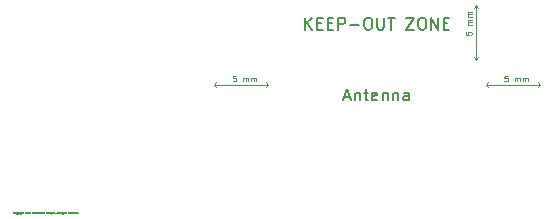
<source format=gbr>
%TF.GenerationSoftware,KiCad,Pcbnew,(5.1.7)-1*%
%TF.CreationDate,2020-11-25T11:44:14-08:00*%
%TF.ProjectId,esp32_sensor,65737033-325f-4736-956e-736f722e6b69,v0.0.3b*%
%TF.SameCoordinates,Original*%
%TF.FileFunction,Other,Comment*%
%FSLAX46Y46*%
G04 Gerber Fmt 4.6, Leading zero omitted, Abs format (unit mm)*
G04 Created by KiCad (PCBNEW (5.1.7)-1) date 2020-11-25 11:44:14*
%MOMM*%
%LPD*%
G01*
G04 APERTURE LIST*
%ADD10C,0.100000*%
%ADD11C,0.150000*%
%ADD12C,0.002000*%
G04 APERTURE END LIST*
D10*
%TO.C,U_ESP_1*%
X133787000Y-70580000D02*
X138387000Y-70580000D01*
X138387000Y-70580000D02*
X138187000Y-70380000D01*
X138387000Y-70580000D02*
X138187000Y-70780000D01*
X133787000Y-70580000D02*
X133987000Y-70380000D01*
X133787000Y-70580000D02*
X133987000Y-70780000D01*
X110787000Y-70580000D02*
X110987000Y-70380000D01*
X110787000Y-70580000D02*
X110987000Y-70780000D01*
X115387000Y-70580000D02*
X115187000Y-70780000D01*
X110787000Y-70580000D02*
X115387000Y-70580000D01*
X115387000Y-70580000D02*
X115187000Y-70380000D01*
X132987000Y-68455000D02*
X132787000Y-68255000D01*
X132987000Y-68455000D02*
X133187000Y-68255000D01*
X132987000Y-63855000D02*
X133187000Y-64055000D01*
X132987000Y-68455000D02*
X132987000Y-63855000D01*
X132987000Y-63855000D02*
X132787000Y-64055000D01*
%TD*%
%TO.C,U_ESP_1*%
D11*
X118515571Y-65907380D02*
X118515571Y-64907380D01*
X119087000Y-65907380D02*
X118658428Y-65335952D01*
X119087000Y-64907380D02*
X118515571Y-65478809D01*
X119515571Y-65383571D02*
X119848904Y-65383571D01*
X119991761Y-65907380D02*
X119515571Y-65907380D01*
X119515571Y-64907380D01*
X119991761Y-64907380D01*
X120420333Y-65383571D02*
X120753666Y-65383571D01*
X120896523Y-65907380D02*
X120420333Y-65907380D01*
X120420333Y-64907380D01*
X120896523Y-64907380D01*
X121325095Y-65907380D02*
X121325095Y-64907380D01*
X121706047Y-64907380D01*
X121801285Y-64955000D01*
X121848904Y-65002619D01*
X121896523Y-65097857D01*
X121896523Y-65240714D01*
X121848904Y-65335952D01*
X121801285Y-65383571D01*
X121706047Y-65431190D01*
X121325095Y-65431190D01*
X122325095Y-65526428D02*
X123087000Y-65526428D01*
X123753666Y-64907380D02*
X123944142Y-64907380D01*
X124039380Y-64955000D01*
X124134619Y-65050238D01*
X124182238Y-65240714D01*
X124182238Y-65574047D01*
X124134619Y-65764523D01*
X124039380Y-65859761D01*
X123944142Y-65907380D01*
X123753666Y-65907380D01*
X123658428Y-65859761D01*
X123563190Y-65764523D01*
X123515571Y-65574047D01*
X123515571Y-65240714D01*
X123563190Y-65050238D01*
X123658428Y-64955000D01*
X123753666Y-64907380D01*
X124610809Y-64907380D02*
X124610809Y-65716904D01*
X124658428Y-65812142D01*
X124706047Y-65859761D01*
X124801285Y-65907380D01*
X124991761Y-65907380D01*
X125087000Y-65859761D01*
X125134619Y-65812142D01*
X125182238Y-65716904D01*
X125182238Y-64907380D01*
X125515571Y-64907380D02*
X126087000Y-64907380D01*
X125801285Y-65907380D02*
X125801285Y-64907380D01*
X127087000Y-64907380D02*
X127753666Y-64907380D01*
X127087000Y-65907380D01*
X127753666Y-65907380D01*
X128325095Y-64907380D02*
X128515571Y-64907380D01*
X128610809Y-64955000D01*
X128706047Y-65050238D01*
X128753666Y-65240714D01*
X128753666Y-65574047D01*
X128706047Y-65764523D01*
X128610809Y-65859761D01*
X128515571Y-65907380D01*
X128325095Y-65907380D01*
X128229857Y-65859761D01*
X128134619Y-65764523D01*
X128087000Y-65574047D01*
X128087000Y-65240714D01*
X128134619Y-65050238D01*
X128229857Y-64955000D01*
X128325095Y-64907380D01*
X129182238Y-65907380D02*
X129182238Y-64907380D01*
X129753666Y-65907380D01*
X129753666Y-64907380D01*
X130229857Y-65383571D02*
X130563190Y-65383571D01*
X130706047Y-65907380D02*
X130229857Y-65907380D01*
X130229857Y-64907380D01*
X130706047Y-64907380D01*
X121825095Y-71621666D02*
X122301285Y-71621666D01*
X121729857Y-71907380D02*
X122063190Y-70907380D01*
X122396523Y-71907380D01*
X122729857Y-71240714D02*
X122729857Y-71907380D01*
X122729857Y-71335952D02*
X122777476Y-71288333D01*
X122872714Y-71240714D01*
X123015571Y-71240714D01*
X123110809Y-71288333D01*
X123158428Y-71383571D01*
X123158428Y-71907380D01*
X123491761Y-71240714D02*
X123872714Y-71240714D01*
X123634619Y-70907380D02*
X123634619Y-71764523D01*
X123682238Y-71859761D01*
X123777476Y-71907380D01*
X123872714Y-71907380D01*
X124587000Y-71859761D02*
X124491761Y-71907380D01*
X124301285Y-71907380D01*
X124206047Y-71859761D01*
X124158428Y-71764523D01*
X124158428Y-71383571D01*
X124206047Y-71288333D01*
X124301285Y-71240714D01*
X124491761Y-71240714D01*
X124587000Y-71288333D01*
X124634619Y-71383571D01*
X124634619Y-71478809D01*
X124158428Y-71574047D01*
X125063190Y-71240714D02*
X125063190Y-71907380D01*
X125063190Y-71335952D02*
X125110809Y-71288333D01*
X125206047Y-71240714D01*
X125348904Y-71240714D01*
X125444142Y-71288333D01*
X125491761Y-71383571D01*
X125491761Y-71907380D01*
X125967952Y-71240714D02*
X125967952Y-71907380D01*
X125967952Y-71335952D02*
X126015571Y-71288333D01*
X126110809Y-71240714D01*
X126253666Y-71240714D01*
X126348904Y-71288333D01*
X126396523Y-71383571D01*
X126396523Y-71907380D01*
X127301285Y-71907380D02*
X127301285Y-71383571D01*
X127253666Y-71288333D01*
X127158428Y-71240714D01*
X126967952Y-71240714D01*
X126872714Y-71288333D01*
X127301285Y-71859761D02*
X127206047Y-71907380D01*
X126967952Y-71907380D01*
X126872714Y-71859761D01*
X126825095Y-71764523D01*
X126825095Y-71669285D01*
X126872714Y-71574047D01*
X126967952Y-71526428D01*
X127206047Y-71526428D01*
X127301285Y-71478809D01*
D10*
X135648904Y-69806190D02*
X135410809Y-69806190D01*
X135387000Y-70044285D01*
X135410809Y-70020476D01*
X135458428Y-69996666D01*
X135577476Y-69996666D01*
X135625095Y-70020476D01*
X135648904Y-70044285D01*
X135672714Y-70091904D01*
X135672714Y-70210952D01*
X135648904Y-70258571D01*
X135625095Y-70282380D01*
X135577476Y-70306190D01*
X135458428Y-70306190D01*
X135410809Y-70282380D01*
X135387000Y-70258571D01*
X136267952Y-70306190D02*
X136267952Y-69972857D01*
X136267952Y-70020476D02*
X136291761Y-69996666D01*
X136339380Y-69972857D01*
X136410809Y-69972857D01*
X136458428Y-69996666D01*
X136482238Y-70044285D01*
X136482238Y-70306190D01*
X136482238Y-70044285D02*
X136506047Y-69996666D01*
X136553666Y-69972857D01*
X136625095Y-69972857D01*
X136672714Y-69996666D01*
X136696523Y-70044285D01*
X136696523Y-70306190D01*
X136934619Y-70306190D02*
X136934619Y-69972857D01*
X136934619Y-70020476D02*
X136958428Y-69996666D01*
X137006047Y-69972857D01*
X137077476Y-69972857D01*
X137125095Y-69996666D01*
X137148904Y-70044285D01*
X137148904Y-70306190D01*
X137148904Y-70044285D02*
X137172714Y-69996666D01*
X137220333Y-69972857D01*
X137291761Y-69972857D01*
X137339380Y-69996666D01*
X137363190Y-70044285D01*
X137363190Y-70306190D01*
X112648904Y-69806190D02*
X112410809Y-69806190D01*
X112387000Y-70044285D01*
X112410809Y-70020476D01*
X112458428Y-69996666D01*
X112577476Y-69996666D01*
X112625095Y-70020476D01*
X112648904Y-70044285D01*
X112672714Y-70091904D01*
X112672714Y-70210952D01*
X112648904Y-70258571D01*
X112625095Y-70282380D01*
X112577476Y-70306190D01*
X112458428Y-70306190D01*
X112410809Y-70282380D01*
X112387000Y-70258571D01*
X113267952Y-70306190D02*
X113267952Y-69972857D01*
X113267952Y-70020476D02*
X113291761Y-69996666D01*
X113339380Y-69972857D01*
X113410809Y-69972857D01*
X113458428Y-69996666D01*
X113482238Y-70044285D01*
X113482238Y-70306190D01*
X113482238Y-70044285D02*
X113506047Y-69996666D01*
X113553666Y-69972857D01*
X113625095Y-69972857D01*
X113672714Y-69996666D01*
X113696523Y-70044285D01*
X113696523Y-70306190D01*
X113934619Y-70306190D02*
X113934619Y-69972857D01*
X113934619Y-70020476D02*
X113958428Y-69996666D01*
X114006047Y-69972857D01*
X114077476Y-69972857D01*
X114125095Y-69996666D01*
X114148904Y-70044285D01*
X114148904Y-70306190D01*
X114148904Y-70044285D02*
X114172714Y-69996666D01*
X114220333Y-69972857D01*
X114291761Y-69972857D01*
X114339380Y-69996666D01*
X114363190Y-70044285D01*
X114363190Y-70306190D01*
X132113190Y-66118095D02*
X132113190Y-66356190D01*
X132351285Y-66380000D01*
X132327476Y-66356190D01*
X132303666Y-66308571D01*
X132303666Y-66189523D01*
X132327476Y-66141904D01*
X132351285Y-66118095D01*
X132398904Y-66094285D01*
X132517952Y-66094285D01*
X132565571Y-66118095D01*
X132589380Y-66141904D01*
X132613190Y-66189523D01*
X132613190Y-66308571D01*
X132589380Y-66356190D01*
X132565571Y-66380000D01*
X132613190Y-65499047D02*
X132279857Y-65499047D01*
X132327476Y-65499047D02*
X132303666Y-65475238D01*
X132279857Y-65427619D01*
X132279857Y-65356190D01*
X132303666Y-65308571D01*
X132351285Y-65284761D01*
X132613190Y-65284761D01*
X132351285Y-65284761D02*
X132303666Y-65260952D01*
X132279857Y-65213333D01*
X132279857Y-65141904D01*
X132303666Y-65094285D01*
X132351285Y-65070476D01*
X132613190Y-65070476D01*
X132613190Y-64832380D02*
X132279857Y-64832380D01*
X132327476Y-64832380D02*
X132303666Y-64808571D01*
X132279857Y-64760952D01*
X132279857Y-64689523D01*
X132303666Y-64641904D01*
X132351285Y-64618095D01*
X132613190Y-64618095D01*
X132351285Y-64618095D02*
X132303666Y-64594285D01*
X132279857Y-64546666D01*
X132279857Y-64475238D01*
X132303666Y-64427619D01*
X132351285Y-64403809D01*
X132613190Y-64403809D01*
%TO.C,SW_ESP_1*%
D12*
X93874166Y-81452357D02*
X93868119Y-81458404D01*
X93849976Y-81464452D01*
X93837880Y-81464452D01*
X93819738Y-81458404D01*
X93807642Y-81446309D01*
X93801595Y-81434214D01*
X93795547Y-81410023D01*
X93795547Y-81391880D01*
X93801595Y-81367690D01*
X93807642Y-81355595D01*
X93819738Y-81343500D01*
X93837880Y-81337452D01*
X93849976Y-81337452D01*
X93868119Y-81343500D01*
X93874166Y-81349547D01*
X93946738Y-81464452D02*
X93934642Y-81458404D01*
X93928595Y-81452357D01*
X93922547Y-81440261D01*
X93922547Y-81403976D01*
X93928595Y-81391880D01*
X93934642Y-81385833D01*
X93946738Y-81379785D01*
X93964880Y-81379785D01*
X93976976Y-81385833D01*
X93983023Y-81391880D01*
X93989071Y-81403976D01*
X93989071Y-81440261D01*
X93983023Y-81452357D01*
X93976976Y-81458404D01*
X93964880Y-81464452D01*
X93946738Y-81464452D01*
X94043500Y-81379785D02*
X94043500Y-81506785D01*
X94043500Y-81385833D02*
X94055595Y-81379785D01*
X94079785Y-81379785D01*
X94091880Y-81385833D01*
X94097928Y-81391880D01*
X94103976Y-81403976D01*
X94103976Y-81440261D01*
X94097928Y-81452357D01*
X94091880Y-81458404D01*
X94079785Y-81464452D01*
X94055595Y-81464452D01*
X94043500Y-81458404D01*
X94146309Y-81379785D02*
X94176547Y-81464452D01*
X94206785Y-81379785D02*
X94176547Y-81464452D01*
X94164452Y-81494690D01*
X94158404Y-81500738D01*
X94146309Y-81506785D01*
X94255166Y-81464452D02*
X94255166Y-81379785D01*
X94255166Y-81403976D02*
X94261214Y-81391880D01*
X94267261Y-81385833D01*
X94279357Y-81379785D01*
X94291452Y-81379785D01*
X94333785Y-81464452D02*
X94333785Y-81379785D01*
X94333785Y-81337452D02*
X94327738Y-81343500D01*
X94333785Y-81349547D01*
X94339833Y-81343500D01*
X94333785Y-81337452D01*
X94333785Y-81349547D01*
X94448690Y-81379785D02*
X94448690Y-81482595D01*
X94442642Y-81494690D01*
X94436595Y-81500738D01*
X94424500Y-81506785D01*
X94406357Y-81506785D01*
X94394261Y-81500738D01*
X94448690Y-81458404D02*
X94436595Y-81464452D01*
X94412404Y-81464452D01*
X94400309Y-81458404D01*
X94394261Y-81452357D01*
X94388214Y-81440261D01*
X94388214Y-81403976D01*
X94394261Y-81391880D01*
X94400309Y-81385833D01*
X94412404Y-81379785D01*
X94436595Y-81379785D01*
X94448690Y-81385833D01*
X94509166Y-81464452D02*
X94509166Y-81337452D01*
X94563595Y-81464452D02*
X94563595Y-81397928D01*
X94557547Y-81385833D01*
X94545452Y-81379785D01*
X94527309Y-81379785D01*
X94515214Y-81385833D01*
X94509166Y-81391880D01*
X94605928Y-81379785D02*
X94654309Y-81379785D01*
X94624071Y-81337452D02*
X94624071Y-81446309D01*
X94630119Y-81458404D01*
X94642214Y-81464452D01*
X94654309Y-81464452D01*
X94787357Y-81349547D02*
X94793404Y-81343500D01*
X94805500Y-81337452D01*
X94835738Y-81337452D01*
X94847833Y-81343500D01*
X94853880Y-81349547D01*
X94859928Y-81361642D01*
X94859928Y-81373738D01*
X94853880Y-81391880D01*
X94781309Y-81464452D01*
X94859928Y-81464452D01*
X94938547Y-81337452D02*
X94950642Y-81337452D01*
X94962738Y-81343500D01*
X94968785Y-81349547D01*
X94974833Y-81361642D01*
X94980880Y-81385833D01*
X94980880Y-81416071D01*
X94974833Y-81440261D01*
X94968785Y-81452357D01*
X94962738Y-81458404D01*
X94950642Y-81464452D01*
X94938547Y-81464452D01*
X94926452Y-81458404D01*
X94920404Y-81452357D01*
X94914357Y-81440261D01*
X94908309Y-81416071D01*
X94908309Y-81385833D01*
X94914357Y-81361642D01*
X94920404Y-81349547D01*
X94926452Y-81343500D01*
X94938547Y-81337452D01*
X95101833Y-81464452D02*
X95029261Y-81464452D01*
X95065547Y-81464452D02*
X95065547Y-81337452D01*
X95053452Y-81355595D01*
X95041357Y-81367690D01*
X95029261Y-81373738D01*
X95210690Y-81337452D02*
X95186500Y-81337452D01*
X95174404Y-81343500D01*
X95168357Y-81349547D01*
X95156261Y-81367690D01*
X95150214Y-81391880D01*
X95150214Y-81440261D01*
X95156261Y-81452357D01*
X95162309Y-81458404D01*
X95174404Y-81464452D01*
X95198595Y-81464452D01*
X95210690Y-81458404D01*
X95216738Y-81452357D01*
X95222785Y-81440261D01*
X95222785Y-81410023D01*
X95216738Y-81397928D01*
X95210690Y-81391880D01*
X95198595Y-81385833D01*
X95174404Y-81385833D01*
X95162309Y-81391880D01*
X95156261Y-81397928D01*
X95150214Y-81410023D01*
X95367928Y-81428166D02*
X95428404Y-81428166D01*
X95355833Y-81464452D02*
X95398166Y-81337452D01*
X95440500Y-81464452D01*
X95537261Y-81458404D02*
X95525166Y-81464452D01*
X95500976Y-81464452D01*
X95488880Y-81458404D01*
X95482833Y-81452357D01*
X95476785Y-81440261D01*
X95476785Y-81403976D01*
X95482833Y-81391880D01*
X95488880Y-81385833D01*
X95500976Y-81379785D01*
X95525166Y-81379785D01*
X95537261Y-81385833D01*
X95646119Y-81458404D02*
X95634023Y-81464452D01*
X95609833Y-81464452D01*
X95597738Y-81458404D01*
X95591690Y-81452357D01*
X95585642Y-81440261D01*
X95585642Y-81403976D01*
X95591690Y-81391880D01*
X95597738Y-81385833D01*
X95609833Y-81379785D01*
X95634023Y-81379785D01*
X95646119Y-81385833D01*
X95748928Y-81458404D02*
X95736833Y-81464452D01*
X95712642Y-81464452D01*
X95700547Y-81458404D01*
X95694500Y-81446309D01*
X95694500Y-81397928D01*
X95700547Y-81385833D01*
X95712642Y-81379785D01*
X95736833Y-81379785D01*
X95748928Y-81385833D01*
X95754976Y-81397928D01*
X95754976Y-81410023D01*
X95694500Y-81422119D01*
X95827547Y-81464452D02*
X95815452Y-81458404D01*
X95809404Y-81446309D01*
X95809404Y-81337452D01*
X95924309Y-81458404D02*
X95912214Y-81464452D01*
X95888023Y-81464452D01*
X95875928Y-81458404D01*
X95869880Y-81446309D01*
X95869880Y-81397928D01*
X95875928Y-81385833D01*
X95888023Y-81379785D01*
X95912214Y-81379785D01*
X95924309Y-81385833D01*
X95930357Y-81397928D01*
X95930357Y-81410023D01*
X95869880Y-81422119D01*
X95984785Y-81464452D02*
X95984785Y-81379785D01*
X95984785Y-81403976D02*
X95990833Y-81391880D01*
X95996880Y-81385833D01*
X96008976Y-81379785D01*
X96021071Y-81379785D01*
X96117833Y-81464452D02*
X96117833Y-81397928D01*
X96111785Y-81385833D01*
X96099690Y-81379785D01*
X96075500Y-81379785D01*
X96063404Y-81385833D01*
X96117833Y-81458404D02*
X96105738Y-81464452D01*
X96075500Y-81464452D01*
X96063404Y-81458404D01*
X96057357Y-81446309D01*
X96057357Y-81434214D01*
X96063404Y-81422119D01*
X96075500Y-81416071D01*
X96105738Y-81416071D01*
X96117833Y-81410023D01*
X96160166Y-81379785D02*
X96208547Y-81379785D01*
X96178309Y-81337452D02*
X96178309Y-81446309D01*
X96184357Y-81458404D01*
X96196452Y-81464452D01*
X96208547Y-81464452D01*
X96299261Y-81458404D02*
X96287166Y-81464452D01*
X96262976Y-81464452D01*
X96250880Y-81458404D01*
X96244833Y-81446309D01*
X96244833Y-81397928D01*
X96250880Y-81385833D01*
X96262976Y-81379785D01*
X96287166Y-81379785D01*
X96299261Y-81385833D01*
X96305309Y-81397928D01*
X96305309Y-81410023D01*
X96244833Y-81422119D01*
X96414166Y-81464452D02*
X96414166Y-81337452D01*
X96414166Y-81458404D02*
X96402071Y-81464452D01*
X96377880Y-81464452D01*
X96365785Y-81458404D01*
X96359738Y-81452357D01*
X96353690Y-81440261D01*
X96353690Y-81403976D01*
X96359738Y-81391880D01*
X96365785Y-81385833D01*
X96377880Y-81379785D01*
X96402071Y-81379785D01*
X96414166Y-81385833D01*
X96571404Y-81464452D02*
X96571404Y-81337452D01*
X96601642Y-81337452D01*
X96619785Y-81343500D01*
X96631880Y-81355595D01*
X96637928Y-81367690D01*
X96643976Y-81391880D01*
X96643976Y-81410023D01*
X96637928Y-81434214D01*
X96631880Y-81446309D01*
X96619785Y-81458404D01*
X96601642Y-81464452D01*
X96571404Y-81464452D01*
X96746785Y-81458404D02*
X96734690Y-81464452D01*
X96710500Y-81464452D01*
X96698404Y-81458404D01*
X96692357Y-81446309D01*
X96692357Y-81397928D01*
X96698404Y-81385833D01*
X96710500Y-81379785D01*
X96734690Y-81379785D01*
X96746785Y-81385833D01*
X96752833Y-81397928D01*
X96752833Y-81410023D01*
X96692357Y-81422119D01*
X96801214Y-81458404D02*
X96813309Y-81464452D01*
X96837500Y-81464452D01*
X96849595Y-81458404D01*
X96855642Y-81446309D01*
X96855642Y-81440261D01*
X96849595Y-81428166D01*
X96837500Y-81422119D01*
X96819357Y-81422119D01*
X96807261Y-81416071D01*
X96801214Y-81403976D01*
X96801214Y-81397928D01*
X96807261Y-81385833D01*
X96819357Y-81379785D01*
X96837500Y-81379785D01*
X96849595Y-81385833D01*
X96910071Y-81464452D02*
X96910071Y-81379785D01*
X96910071Y-81337452D02*
X96904023Y-81343500D01*
X96910071Y-81349547D01*
X96916119Y-81343500D01*
X96910071Y-81337452D01*
X96910071Y-81349547D01*
X97024976Y-81379785D02*
X97024976Y-81482595D01*
X97018928Y-81494690D01*
X97012880Y-81500738D01*
X97000785Y-81506785D01*
X96982642Y-81506785D01*
X96970547Y-81500738D01*
X97024976Y-81458404D02*
X97012880Y-81464452D01*
X96988690Y-81464452D01*
X96976595Y-81458404D01*
X96970547Y-81452357D01*
X96964500Y-81440261D01*
X96964500Y-81403976D01*
X96970547Y-81391880D01*
X96976595Y-81385833D01*
X96988690Y-81379785D01*
X97012880Y-81379785D01*
X97024976Y-81385833D01*
X97085452Y-81379785D02*
X97085452Y-81464452D01*
X97085452Y-81391880D02*
X97091500Y-81385833D01*
X97103595Y-81379785D01*
X97121738Y-81379785D01*
X97133833Y-81385833D01*
X97139880Y-81397928D01*
X97139880Y-81464452D01*
X97194309Y-81458404D02*
X97206404Y-81464452D01*
X97230595Y-81464452D01*
X97242690Y-81458404D01*
X97248738Y-81446309D01*
X97248738Y-81440261D01*
X97242690Y-81428166D01*
X97230595Y-81422119D01*
X97212452Y-81422119D01*
X97200357Y-81416071D01*
X97194309Y-81403976D01*
X97194309Y-81397928D01*
X97200357Y-81385833D01*
X97212452Y-81379785D01*
X97230595Y-81379785D01*
X97242690Y-81385833D01*
X97303166Y-81452357D02*
X97309214Y-81458404D01*
X97303166Y-81464452D01*
X97297119Y-81458404D01*
X97303166Y-81452357D01*
X97303166Y-81464452D01*
X97454357Y-81428166D02*
X97514833Y-81428166D01*
X97442261Y-81464452D02*
X97484595Y-81337452D01*
X97526928Y-81464452D01*
X97587404Y-81464452D02*
X97575309Y-81458404D01*
X97569261Y-81446309D01*
X97569261Y-81337452D01*
X97653928Y-81464452D02*
X97641833Y-81458404D01*
X97635785Y-81446309D01*
X97635785Y-81337452D01*
X97799071Y-81464452D02*
X97799071Y-81379785D01*
X97799071Y-81403976D02*
X97805119Y-81391880D01*
X97811166Y-81385833D01*
X97823261Y-81379785D01*
X97835357Y-81379785D01*
X97877690Y-81464452D02*
X97877690Y-81379785D01*
X97877690Y-81337452D02*
X97871642Y-81343500D01*
X97877690Y-81349547D01*
X97883738Y-81343500D01*
X97877690Y-81337452D01*
X97877690Y-81349547D01*
X97992595Y-81379785D02*
X97992595Y-81482595D01*
X97986547Y-81494690D01*
X97980500Y-81500738D01*
X97968404Y-81506785D01*
X97950261Y-81506785D01*
X97938166Y-81500738D01*
X97992595Y-81458404D02*
X97980500Y-81464452D01*
X97956309Y-81464452D01*
X97944214Y-81458404D01*
X97938166Y-81452357D01*
X97932119Y-81440261D01*
X97932119Y-81403976D01*
X97938166Y-81391880D01*
X97944214Y-81385833D01*
X97956309Y-81379785D01*
X97980500Y-81379785D01*
X97992595Y-81385833D01*
X98053071Y-81464452D02*
X98053071Y-81337452D01*
X98107500Y-81464452D02*
X98107500Y-81397928D01*
X98101452Y-81385833D01*
X98089357Y-81379785D01*
X98071214Y-81379785D01*
X98059119Y-81385833D01*
X98053071Y-81391880D01*
X98149833Y-81379785D02*
X98198214Y-81379785D01*
X98167976Y-81337452D02*
X98167976Y-81446309D01*
X98174023Y-81458404D01*
X98186119Y-81464452D01*
X98198214Y-81464452D01*
X98234500Y-81458404D02*
X98246595Y-81464452D01*
X98270785Y-81464452D01*
X98282880Y-81458404D01*
X98288928Y-81446309D01*
X98288928Y-81440261D01*
X98282880Y-81428166D01*
X98270785Y-81422119D01*
X98252642Y-81422119D01*
X98240547Y-81416071D01*
X98234500Y-81403976D01*
X98234500Y-81397928D01*
X98240547Y-81385833D01*
X98252642Y-81379785D01*
X98270785Y-81379785D01*
X98282880Y-81385833D01*
X98440119Y-81464452D02*
X98440119Y-81379785D01*
X98440119Y-81403976D02*
X98446166Y-81391880D01*
X98452214Y-81385833D01*
X98464309Y-81379785D01*
X98476404Y-81379785D01*
X98567119Y-81458404D02*
X98555023Y-81464452D01*
X98530833Y-81464452D01*
X98518738Y-81458404D01*
X98512690Y-81446309D01*
X98512690Y-81397928D01*
X98518738Y-81385833D01*
X98530833Y-81379785D01*
X98555023Y-81379785D01*
X98567119Y-81385833D01*
X98573166Y-81397928D01*
X98573166Y-81410023D01*
X98512690Y-81422119D01*
X98621547Y-81458404D02*
X98633642Y-81464452D01*
X98657833Y-81464452D01*
X98669928Y-81458404D01*
X98675976Y-81446309D01*
X98675976Y-81440261D01*
X98669928Y-81428166D01*
X98657833Y-81422119D01*
X98639690Y-81422119D01*
X98627595Y-81416071D01*
X98621547Y-81403976D01*
X98621547Y-81397928D01*
X98627595Y-81385833D01*
X98639690Y-81379785D01*
X98657833Y-81379785D01*
X98669928Y-81385833D01*
X98778785Y-81458404D02*
X98766690Y-81464452D01*
X98742500Y-81464452D01*
X98730404Y-81458404D01*
X98724357Y-81446309D01*
X98724357Y-81397928D01*
X98730404Y-81385833D01*
X98742500Y-81379785D01*
X98766690Y-81379785D01*
X98778785Y-81385833D01*
X98784833Y-81397928D01*
X98784833Y-81410023D01*
X98724357Y-81422119D01*
X98839261Y-81464452D02*
X98839261Y-81379785D01*
X98839261Y-81403976D02*
X98845309Y-81391880D01*
X98851357Y-81385833D01*
X98863452Y-81379785D01*
X98875547Y-81379785D01*
X98905785Y-81379785D02*
X98936023Y-81464452D01*
X98966261Y-81379785D01*
X99063023Y-81458404D02*
X99050928Y-81464452D01*
X99026738Y-81464452D01*
X99014642Y-81458404D01*
X99008595Y-81446309D01*
X99008595Y-81397928D01*
X99014642Y-81385833D01*
X99026738Y-81379785D01*
X99050928Y-81379785D01*
X99063023Y-81385833D01*
X99069071Y-81397928D01*
X99069071Y-81410023D01*
X99008595Y-81422119D01*
X99177928Y-81464452D02*
X99177928Y-81337452D01*
X99177928Y-81458404D02*
X99165833Y-81464452D01*
X99141642Y-81464452D01*
X99129547Y-81458404D01*
X99123500Y-81452357D01*
X99117452Y-81440261D01*
X99117452Y-81403976D01*
X99123500Y-81391880D01*
X99129547Y-81385833D01*
X99141642Y-81379785D01*
X99165833Y-81379785D01*
X99177928Y-81385833D01*
X99238404Y-81452357D02*
X99244452Y-81458404D01*
X99238404Y-81464452D01*
X99232357Y-81458404D01*
X99238404Y-81452357D01*
X99238404Y-81464452D01*
%TD*%
M02*

</source>
